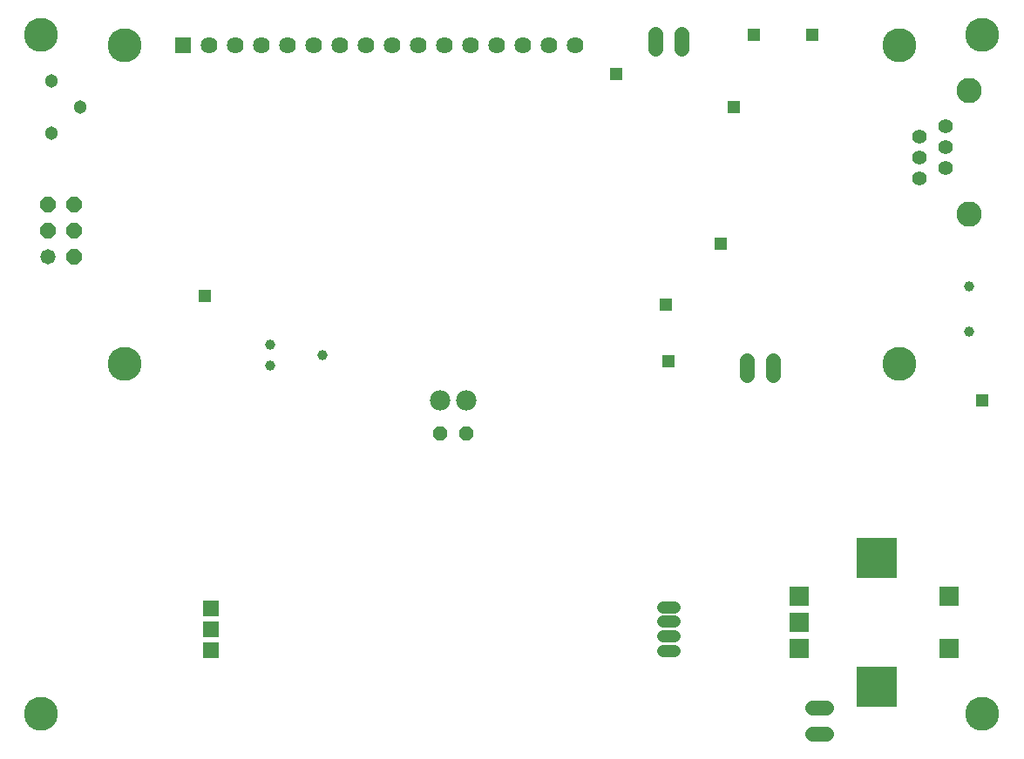
<source format=gts>
G75*
%MOIN*%
%OFA0B0*%
%FSLAX25Y25*%
%IPPOS*%
%LPD*%
%AMOC8*
5,1,8,0,0,1.08239X$1,22.5*
%
%ADD10C,0.12998*%
%ADD11C,0.03900*%
%ADD12C,0.03943*%
%ADD13R,0.15424X0.15424*%
%ADD14R,0.07487X0.07487*%
%ADD15C,0.04534*%
%ADD16R,0.06400X0.06400*%
%ADD17C,0.06400*%
%ADD18C,0.05518*%
%ADD19C,0.09691*%
%ADD20C,0.07800*%
%ADD21R,0.06306X0.06306*%
%ADD22OC8,0.05200*%
%ADD23C,0.05800*%
%ADD24OC8,0.05800*%
%ADD25C,0.05124*%
%ADD26C,0.05800*%
%ADD27R,0.04534X0.04534*%
D10*
X0019250Y0016800D03*
X0051219Y0150776D03*
X0051219Y0272824D03*
X0019250Y0276800D03*
X0347281Y0272824D03*
X0379250Y0276800D03*
X0347281Y0150776D03*
X0379250Y0016800D03*
D11*
X0126750Y0154300D03*
X0106750Y0150300D03*
X0106750Y0158300D03*
D12*
X0374250Y0163139D03*
X0374250Y0180461D03*
D13*
X0338778Y0076406D03*
X0338778Y0027194D03*
D14*
X0366337Y0041957D03*
X0366337Y0061643D03*
X0309250Y0061643D03*
X0309250Y0051800D03*
X0309250Y0041957D03*
D15*
X0261317Y0040739D02*
X0257183Y0040739D01*
X0257183Y0046363D02*
X0261317Y0046363D01*
X0261317Y0051987D02*
X0257183Y0051987D01*
X0257183Y0057611D02*
X0261317Y0057611D01*
D16*
X0073266Y0272824D03*
D17*
X0083266Y0272824D03*
X0093266Y0272824D03*
X0103266Y0272824D03*
X0113266Y0272824D03*
X0123266Y0272824D03*
X0133266Y0272824D03*
X0143266Y0272824D03*
X0153266Y0272824D03*
X0163266Y0272824D03*
X0173266Y0272824D03*
X0183266Y0272824D03*
X0193266Y0272824D03*
X0203266Y0272824D03*
X0213266Y0272824D03*
X0223266Y0272824D03*
D18*
X0355195Y0237863D03*
X0365195Y0241800D03*
X0365195Y0233769D03*
X0355195Y0229831D03*
X0365195Y0225737D03*
X0355195Y0221800D03*
D19*
X0374250Y0208178D03*
X0374250Y0255422D03*
D20*
X0181750Y0136800D03*
X0171750Y0136800D03*
D21*
X0084250Y0057300D03*
X0084250Y0049300D03*
X0084250Y0041300D03*
D22*
X0171750Y0124300D03*
X0181750Y0124300D03*
D23*
X0021750Y0191800D03*
D24*
X0031750Y0191800D03*
X0031750Y0201800D03*
X0021750Y0201800D03*
X0021750Y0211800D03*
X0031750Y0211800D03*
D25*
X0023030Y0239300D03*
X0034250Y0249300D03*
X0023030Y0259300D03*
D26*
X0254250Y0271600D02*
X0254250Y0277000D01*
X0264250Y0277000D02*
X0264250Y0271600D01*
X0289250Y0152000D02*
X0289250Y0146600D01*
X0299250Y0146600D02*
X0299250Y0152000D01*
X0314050Y0019300D02*
X0319450Y0019300D01*
X0319450Y0009300D02*
X0314050Y0009300D01*
D27*
X0379250Y0136800D03*
X0279250Y0196800D03*
X0257990Y0173517D03*
X0259250Y0151800D03*
X0284250Y0249300D03*
X0291750Y0276800D03*
X0314250Y0276800D03*
X0239250Y0261800D03*
X0081750Y0176800D03*
M02*

</source>
